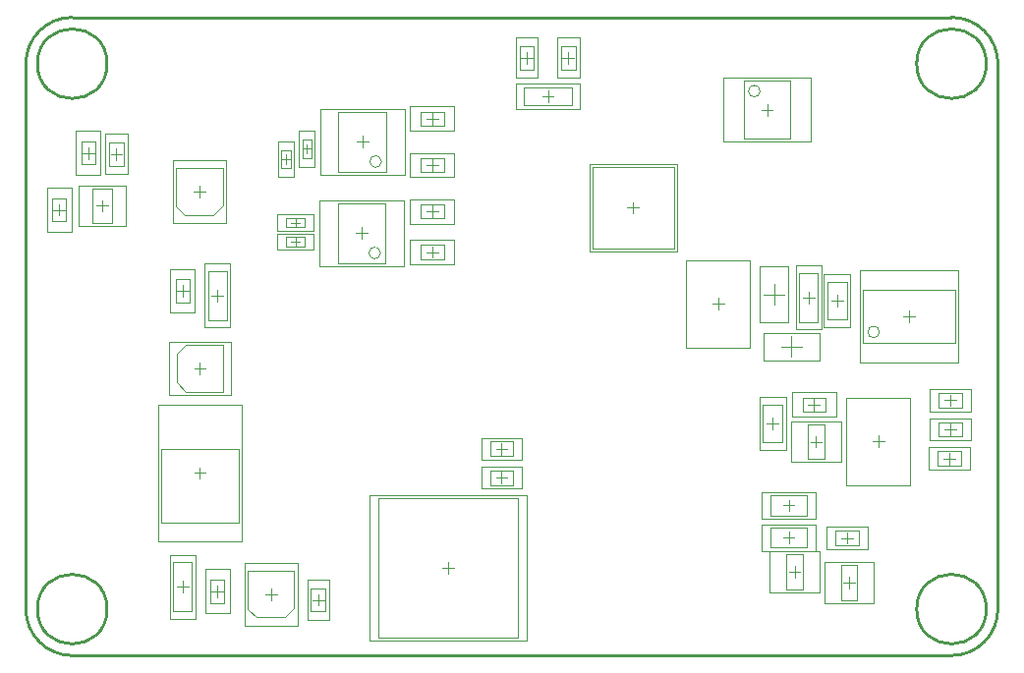
<source format=gko>
G04 Layer_Color=16711935*
%FSLAX42Y42*%
%MOMM*%
G71*
G01*
G75*
%ADD36C,0.10*%
%ADD41C,0.25*%
%ADD42C,0.05*%
D36*
X3064Y4265D02*
G03*
X3064Y4265I-50J0D01*
G01*
X3056Y3477D02*
G03*
X3056Y3477I-50J0D01*
G01*
X7354Y2796D02*
G03*
X7354Y2796I-50J0D01*
G01*
X6326Y4872D02*
G03*
X6326Y4872I-50J0D01*
G01*
X570Y4035D02*
X745D01*
X570Y3733D02*
X745D01*
X570D02*
Y4035D01*
X745Y3733D02*
Y4035D01*
X6519Y1849D02*
Y2169D01*
X6349Y1849D02*
Y2169D01*
X6519D01*
X6349Y1849D02*
X6519D01*
X7865Y2270D02*
X8065D01*
X7865Y2145D02*
X8065D01*
X7865D02*
Y2270D01*
X8065Y2145D02*
Y2270D01*
X7865Y2020D02*
X8065D01*
X7865Y1895D02*
X8065D01*
X7865D02*
Y2020D01*
X8065Y1895D02*
Y2020D01*
X7855Y1644D02*
X8055D01*
X7855Y1769D02*
X8055D01*
Y1644D02*
Y1769D01*
X7855Y1644D02*
Y1769D01*
X6412Y1386D02*
X6732D01*
X6412Y1216D02*
X6732D01*
X6412D02*
Y1386D01*
X6732Y1216D02*
Y1386D01*
X3104Y4176D02*
Y4696D01*
X2694Y4176D02*
Y4696D01*
Y4176D02*
X3104D01*
X2694Y4696D02*
X3104D01*
X3096Y3387D02*
Y3907D01*
X2686Y3387D02*
Y3907D01*
Y3387D02*
X3096D01*
X2686Y3907D02*
X3096D01*
X1300Y2361D02*
Y2606D01*
X1375Y2681D01*
X1700D01*
X1380Y2281D02*
X1700D01*
X1300Y2361D02*
X1380Y2281D01*
X1700D02*
Y2681D01*
X1988Y336D02*
X2233D01*
X1912Y411D02*
X1988Y336D01*
X1912Y411D02*
Y736D01*
X2312Y416D02*
Y736D01*
X2233Y336D02*
X2312Y416D01*
X1912Y736D02*
X2312D01*
X1371Y3806D02*
X1616D01*
X1296Y3881D02*
X1371Y3806D01*
X1296Y3881D02*
Y4206D01*
X1696Y3886D02*
Y4206D01*
X1616Y3806D02*
X1696Y3886D01*
X1296Y4206D02*
X1696D01*
X1570Y2901D02*
Y3321D01*
X1730Y2901D02*
Y3321D01*
X1570Y2901D02*
X1730D01*
X1570Y3321D02*
X1730D01*
X1430Y391D02*
Y811D01*
X1270Y391D02*
Y811D01*
X1430D01*
X1270Y391D02*
X1430D01*
X7214Y2706D02*
X8004D01*
X7214Y3156D02*
X8004D01*
X7214Y2706D02*
Y3156D01*
X8004Y2706D02*
Y3156D01*
X4883Y3517D02*
Y4217D01*
X5583Y3517D02*
Y4217D01*
X4883D02*
X5583D01*
X4883Y3517D02*
X5583D01*
X3040Y164D02*
Y1364D01*
X4240Y164D02*
Y1364D01*
X3040D02*
X4240D01*
X3040Y164D02*
X4240D01*
X7074Y2909D02*
Y3229D01*
X6904Y2909D02*
Y3229D01*
X7074D01*
X6904Y2909D02*
X7074D01*
X6412Y940D02*
X6732D01*
X6412Y1110D02*
X6732D01*
Y940D02*
Y1110D01*
X6412Y940D02*
Y1110D01*
X228Y3749D02*
Y3949D01*
X348Y3749D02*
Y3949D01*
X228Y3749D02*
X348D01*
X228Y3949D02*
X348D01*
X478Y4239D02*
Y4439D01*
X598Y4239D02*
Y4439D01*
X478Y4239D02*
X598D01*
X478Y4439D02*
X598D01*
X6691Y2111D02*
X6891D01*
X6691Y2231D02*
X6891D01*
Y2111D02*
Y2231D01*
X6691Y2111D02*
Y2231D01*
X3403Y4575D02*
X3603D01*
X3403Y4695D02*
X3603D01*
Y4575D02*
Y4695D01*
X3403Y4575D02*
Y4695D01*
Y4175D02*
X3603D01*
X3403Y4295D02*
X3603D01*
Y4175D02*
Y4295D01*
X3403Y4175D02*
Y4295D01*
Y3775D02*
X3603D01*
X3403Y3895D02*
X3603D01*
Y3775D02*
Y3895D01*
X3403Y3775D02*
Y3895D01*
Y3425D02*
X3603D01*
X3403Y3545D02*
X3603D01*
Y3425D02*
Y3545D01*
X3403Y3425D02*
Y3545D01*
X1290Y3051D02*
Y3251D01*
X1410Y3051D02*
Y3251D01*
X1290Y3051D02*
X1410D01*
X1290Y3251D02*
X1410D01*
X1590Y461D02*
Y661D01*
X1710Y461D02*
Y661D01*
X1590Y461D02*
X1710D01*
X1590Y661D02*
X1710D01*
X2456Y388D02*
Y588D01*
X2581Y388D02*
Y588D01*
X2456Y388D02*
X2581D01*
X2456Y588D02*
X2581D01*
X3999Y1477D02*
X4199D01*
X3999Y1602D02*
X4199D01*
Y1477D02*
Y1602D01*
X3999Y1477D02*
Y1602D01*
Y1727D02*
X4199D01*
X3999Y1852D02*
X4199D01*
Y1727D02*
Y1852D01*
X3999Y1727D02*
Y1852D01*
X718Y4230D02*
Y4430D01*
X843Y4230D02*
Y4430D01*
X718Y4230D02*
X843D01*
X718Y4430D02*
X843D01*
X6976Y959D02*
X7176D01*
X6976Y1084D02*
X7176D01*
Y959D02*
Y1084D01*
X6976Y959D02*
Y1084D01*
X4254Y5059D02*
Y5259D01*
X4379Y5059D02*
Y5259D01*
X4254Y5059D02*
X4379D01*
X4254Y5259D02*
X4379D01*
X4612Y5059D02*
Y5259D01*
X4737Y5059D02*
Y5259D01*
X4612Y5059D02*
X4737D01*
X4612Y5259D02*
X4737D01*
X2381Y4295D02*
Y4455D01*
X2461Y4295D02*
Y4455D01*
X2381Y4295D02*
X2461D01*
X2381Y4455D02*
X2461D01*
X2203Y4205D02*
Y4365D01*
X2283Y4205D02*
Y4365D01*
X2203Y4205D02*
X2283D01*
X2203Y4365D02*
X2283D01*
X2244Y3779D02*
X2404D01*
X2244Y3699D02*
X2404D01*
X2244D02*
Y3779D01*
X2404Y3699D02*
Y3779D01*
X2244Y3616D02*
X2404D01*
X2244Y3536D02*
X2404D01*
X2244D02*
Y3616D01*
X2404Y3536D02*
Y3616D01*
X6553Y880D02*
X6693D01*
X6553Y580D02*
X6693D01*
X6553D02*
Y880D01*
X6693Y580D02*
Y880D01*
X6739Y2001D02*
X6879D01*
X6739Y1701D02*
X6879D01*
X6739D02*
Y2001D01*
X6879Y1701D02*
Y2001D01*
X7022Y785D02*
X7162D01*
X7022Y485D02*
X7162D01*
X7022D02*
Y785D01*
X7162Y485D02*
Y785D01*
X1162Y1156D02*
Y1791D01*
X1838Y1156D02*
Y1791D01*
X1162Y1156D02*
X1838D01*
X1162Y1791D02*
X1838D01*
X6186Y4462D02*
X6586D01*
X6186Y4962D02*
X6586D01*
Y4462D02*
Y4962D01*
X6186Y4462D02*
Y4962D01*
X6825Y2883D02*
Y3303D01*
X6665Y2883D02*
Y3303D01*
X6825D01*
X6665Y2883D02*
X6825D01*
X4288Y4747D02*
X4708D01*
X4288Y4907D02*
X4708D01*
Y4747D02*
Y4907D01*
X4288Y4747D02*
Y4907D01*
X657Y3834D02*
Y3934D01*
X607Y3884D02*
X707D01*
X5964Y2989D02*
Y3089D01*
X5914Y3039D02*
X6014D01*
X6384Y2009D02*
X6484D01*
X6434Y1959D02*
Y2059D01*
X7344Y1804D02*
Y1904D01*
X7294Y1854D02*
X7394D01*
X7965Y2157D02*
Y2257D01*
X7915Y2207D02*
X8015D01*
X7965Y1907D02*
Y2007D01*
X7915Y1957D02*
X8015D01*
X7955Y1656D02*
Y1756D01*
X7905Y1706D02*
X8005D01*
X6572Y1251D02*
Y1351D01*
X6522Y1301D02*
X6622D01*
X2849Y4435D02*
X2949D01*
X2899Y4385D02*
Y4485D01*
X2841Y3647D02*
X2941D01*
X2891Y3597D02*
Y3697D01*
X1500Y2431D02*
Y2531D01*
X1450Y2481D02*
X1550D01*
X2062Y536D02*
X2162D01*
X2112Y486D02*
Y586D01*
X1446Y4006D02*
X1546D01*
X1496Y3956D02*
Y4056D01*
X1600Y3111D02*
X1700D01*
X1650Y3061D02*
Y3161D01*
X1300Y601D02*
X1400D01*
X1350Y551D02*
Y651D01*
X7609Y2881D02*
Y2981D01*
X7559Y2931D02*
X7659D01*
X5183Y3867D02*
X5283D01*
X5233Y3817D02*
Y3917D01*
X3590Y764D02*
X3690D01*
X3640Y714D02*
Y814D01*
X6939Y3069D02*
X7039D01*
X6989Y3019D02*
Y3119D01*
X6572Y975D02*
Y1075D01*
X6522Y1025D02*
X6622D01*
X238Y3849D02*
X338D01*
X288Y3799D02*
Y3899D01*
X488Y4339D02*
X588D01*
X538Y4289D02*
Y4389D01*
X6791Y2121D02*
Y2221D01*
X6741Y2171D02*
X6841D01*
X3503Y4585D02*
Y4685D01*
X3453Y4635D02*
X3553D01*
X3503Y4185D02*
Y4285D01*
X3453Y4235D02*
X3553D01*
X3503Y3785D02*
Y3885D01*
X3453Y3835D02*
X3553D01*
X3503Y3435D02*
Y3535D01*
X3453Y3485D02*
X3553D01*
X1300Y3151D02*
X1400D01*
X1350Y3101D02*
Y3201D01*
X1600Y561D02*
X1700D01*
X1650Y511D02*
Y611D01*
X6325Y3361D02*
X6565D01*
X6325Y2881D02*
Y3361D01*
Y2881D02*
X6565D01*
Y3361D01*
X6355Y3121D02*
X6535D01*
X6445Y3031D02*
Y3211D01*
X6835Y2550D02*
Y2790D01*
X6355D02*
X6835D01*
X6355Y2550D02*
Y2790D01*
Y2550D02*
X6835D01*
X6595Y2580D02*
Y2760D01*
X6505Y2670D02*
X6685D01*
X2469Y488D02*
X2569D01*
X2519Y438D02*
Y538D01*
X4099Y1490D02*
Y1590D01*
X4049Y1540D02*
X4149D01*
X4099Y1740D02*
Y1840D01*
X4049Y1790D02*
X4149D01*
X730Y4330D02*
X830D01*
X780Y4280D02*
Y4380D01*
X7076Y971D02*
Y1071D01*
X7026Y1021D02*
X7126D01*
X4267Y5159D02*
X4367D01*
X4317Y5109D02*
Y5209D01*
X4624Y5159D02*
X4724D01*
X4674Y5109D02*
Y5209D01*
X2381Y4375D02*
X2461D01*
X2421Y4335D02*
Y4415D01*
X2203Y4285D02*
X2283D01*
X2243Y4245D02*
Y4325D01*
X2324Y3699D02*
Y3779D01*
X2284Y3739D02*
X2364D01*
X2324Y3536D02*
Y3616D01*
X2284Y3576D02*
X2364D01*
X6623Y680D02*
Y780D01*
X6573Y730D02*
X6673D01*
X6809Y1801D02*
Y1901D01*
X6759Y1851D02*
X6859D01*
X7093Y585D02*
Y685D01*
X7043Y635D02*
X7143D01*
X1450Y1581D02*
X1550D01*
X1500Y1531D02*
Y1631D01*
X6386Y4662D02*
Y4762D01*
X6336Y4712D02*
X6436D01*
X6695Y3092D02*
X6795D01*
X6745Y3042D02*
Y3142D01*
X4498Y4777D02*
Y4877D01*
X4448Y4827D02*
X4548D01*
D41*
X8275Y408D02*
G03*
X8275Y408I-300J0D01*
G01*
X700D02*
G03*
X700Y408I-300J0D01*
G01*
Y5108D02*
G03*
X700Y5108I-300J0D01*
G01*
X8275D02*
G03*
X8275Y5108I-300J0D01*
G01*
X7975Y8D02*
G03*
X8375Y408I0J400D01*
G01*
Y5108D02*
G03*
X7975Y5508I-400J0D01*
G01*
X400D02*
G03*
X0Y5108I0J-400D01*
G01*
Y408D02*
G03*
X400Y8I400J0D01*
G01*
X0Y408D02*
Y5108D01*
X400Y5508D02*
X7975D01*
X8375Y408D02*
Y5108D01*
X400Y8D02*
X7975D01*
D42*
X457Y4059D02*
X857D01*
X457Y3709D02*
X857D01*
X457D02*
Y4059D01*
X857Y3709D02*
Y4059D01*
X5689Y3416D02*
X6239D01*
X5689Y2661D02*
X6239D01*
Y3416D01*
X5689Y2661D02*
Y3416D01*
X6549Y1779D02*
Y2239D01*
X6319Y1779D02*
Y2239D01*
X6549D01*
X6319Y1779D02*
X6549D01*
X7069Y2231D02*
X7619D01*
X7069Y1476D02*
X7619D01*
Y2231D01*
X7069Y1476D02*
Y2231D01*
X7790Y2302D02*
X8140D01*
X7790Y2112D02*
X8140D01*
X7790D02*
Y2302D01*
X8140Y2112D02*
Y2302D01*
X7790Y2052D02*
X8140D01*
X7790Y1862D02*
X8140D01*
X7790D02*
Y2052D01*
X8140Y1862D02*
Y2052D01*
X7780Y1611D02*
X8130D01*
X7780Y1801D02*
X8130D01*
Y1611D02*
Y1801D01*
X7780Y1611D02*
Y1801D01*
X6342Y1416D02*
X6803D01*
X6342Y1186D02*
X6803D01*
X6342D02*
Y1416D01*
X6803Y1186D02*
Y1416D01*
X3264Y4151D02*
Y4721D01*
X2534Y4151D02*
Y4721D01*
Y4151D02*
X3264D01*
X2534Y4721D02*
X3264D01*
X3256Y3362D02*
Y3932D01*
X2526Y3362D02*
Y3932D01*
Y3362D02*
X3256D01*
X2526Y3932D02*
X3256D01*
X1230Y2251D02*
X1770D01*
X1230Y2711D02*
X1770D01*
Y2251D02*
Y2711D01*
X1230Y2251D02*
Y2711D01*
X2342Y266D02*
Y806D01*
X1883Y266D02*
Y806D01*
X2342D01*
X1883Y266D02*
X2342D01*
X1726Y3736D02*
Y4276D01*
X1266Y3736D02*
Y4276D01*
X1726D01*
X1266Y3736D02*
X1726D01*
X1760Y2836D02*
Y3386D01*
X1540Y2836D02*
X1760D01*
X1540D02*
Y3386D01*
X1760D01*
X1240Y326D02*
Y876D01*
X1460D01*
Y326D02*
Y876D01*
X1240Y326D02*
X1460D01*
X7189Y2536D02*
X8029D01*
X7189Y3326D02*
X8029D01*
X7189Y2536D02*
Y3326D01*
X8029Y2536D02*
Y3326D01*
X4858Y3492D02*
Y4242D01*
X5608Y3492D02*
Y4242D01*
X4858D02*
X5608D01*
X4858Y3492D02*
X5608D01*
X2965Y139D02*
Y1389D01*
X4315Y139D02*
Y1389D01*
X2965D02*
X4315D01*
X2965Y139D02*
X4315D01*
X7104Y2839D02*
Y3299D01*
X6874Y2839D02*
Y3299D01*
X7104D01*
X6874Y2839D02*
X7104D01*
X6342Y910D02*
X6803D01*
X6342Y1140D02*
X6803D01*
Y910D02*
Y1140D01*
X6342Y910D02*
Y1140D01*
X183Y3659D02*
Y4039D01*
X393Y3659D02*
Y4039D01*
X183Y3659D02*
X393D01*
X183Y4039D02*
X393D01*
X433Y4149D02*
Y4529D01*
X643Y4149D02*
Y4529D01*
X433Y4149D02*
X643D01*
X433Y4529D02*
X643D01*
X6601Y2066D02*
X6981D01*
X6601Y2276D02*
X6981D01*
Y2066D02*
Y2276D01*
X6601Y2066D02*
Y2276D01*
X3312Y4530D02*
X3692D01*
X3312Y4740D02*
X3692D01*
Y4530D02*
Y4740D01*
X3312Y4530D02*
Y4740D01*
Y4130D02*
X3692D01*
X3312Y4340D02*
X3692D01*
Y4130D02*
Y4340D01*
X3312Y4130D02*
Y4340D01*
Y3730D02*
X3692D01*
X3312Y3940D02*
X3692D01*
Y3730D02*
Y3940D01*
X3312Y3730D02*
Y3940D01*
Y3380D02*
X3692D01*
X3312Y3590D02*
X3692D01*
Y3380D02*
Y3590D01*
X3312Y3380D02*
Y3590D01*
X1245Y2961D02*
Y3341D01*
X1455Y2961D02*
Y3341D01*
X1245Y2961D02*
X1455D01*
X1245Y3341D02*
X1455D01*
X1545Y371D02*
Y751D01*
X1755Y371D02*
Y751D01*
X1545Y371D02*
X1755D01*
X1545Y751D02*
X1755D01*
X2424Y312D02*
Y662D01*
X2614Y312D02*
Y662D01*
X2424Y312D02*
X2614D01*
X2424Y662D02*
X2614D01*
X3924Y1445D02*
X4274D01*
X3924Y1635D02*
X4274D01*
Y1445D02*
Y1635D01*
X3924Y1445D02*
Y1635D01*
Y1695D02*
X4274D01*
X3924Y1885D02*
X4274D01*
Y1695D02*
Y1885D01*
X3924Y1695D02*
Y1885D01*
X685Y4155D02*
Y4505D01*
X875Y4155D02*
Y4505D01*
X685Y4155D02*
X875D01*
X685Y4505D02*
X875D01*
X6901Y926D02*
X7251D01*
X6901Y1116D02*
X7251D01*
Y926D02*
Y1116D01*
X6901Y926D02*
Y1116D01*
X4222Y4984D02*
Y5334D01*
X4412Y4984D02*
Y5334D01*
X4222Y4984D02*
X4412D01*
X4222Y5334D02*
X4412D01*
X4579Y4984D02*
Y5334D01*
X4769Y4984D02*
Y5334D01*
X4579Y4984D02*
X4769D01*
X4579Y5334D02*
X4769D01*
X2351Y4220D02*
Y4530D01*
X2491Y4220D02*
Y4530D01*
X2351Y4220D02*
X2491D01*
X2351Y4530D02*
X2491D01*
X2173Y4130D02*
Y4440D01*
X2313Y4130D02*
Y4440D01*
X2173Y4130D02*
X2313D01*
X2173Y4440D02*
X2313D01*
X2169Y3809D02*
X2479D01*
X2169Y3669D02*
X2479D01*
X2169D02*
Y3809D01*
X2479Y3669D02*
Y3809D01*
X2169Y3646D02*
X2479D01*
X2169Y3506D02*
X2479D01*
X2169D02*
Y3646D01*
X2479Y3506D02*
Y3646D01*
X6408Y905D02*
X6838D01*
X6408Y555D02*
X6838D01*
X6408D02*
Y905D01*
X6838Y555D02*
Y905D01*
X6594Y2026D02*
X7024D01*
X6594Y1676D02*
X7024D01*
X6594D02*
Y2026D01*
X7024Y1676D02*
Y2026D01*
X6878Y810D02*
X7307D01*
X6878Y460D02*
X7307D01*
X6878D02*
Y810D01*
X7307Y460D02*
Y810D01*
X1138Y994D02*
Y2169D01*
X1862Y994D02*
Y2169D01*
X1138Y994D02*
X1862D01*
X1138Y2169D02*
X1862D01*
X6011Y4438D02*
X6761D01*
X6011Y4988D02*
X6761D01*
Y4438D02*
Y4988D01*
X6011Y4438D02*
Y4988D01*
X6635Y2817D02*
Y3367D01*
X6855D01*
Y2817D02*
Y3367D01*
X6635Y2817D02*
X6855D01*
X4223Y4937D02*
X4773D01*
Y4717D02*
Y4937D01*
X4223Y4717D02*
X4773D01*
X4223D02*
Y4937D01*
M02*

</source>
